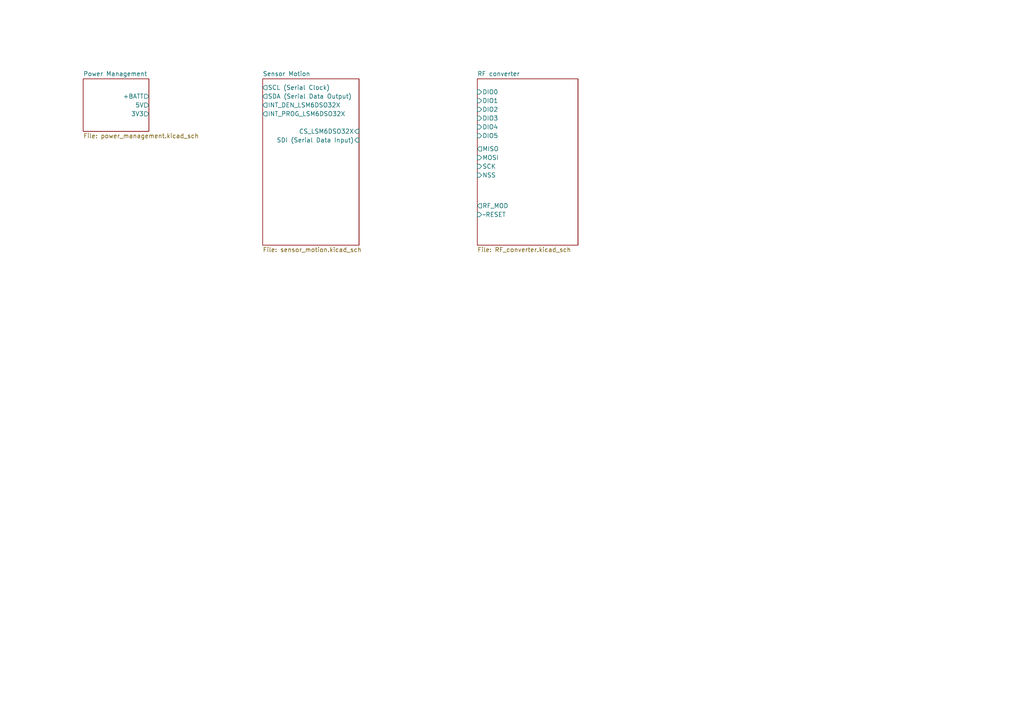
<source format=kicad_sch>
(kicad_sch (version 20211123) (generator eeschema)
  (paper "A4")
  (title_block (title "Quadcopter") (date "2022-08-06") (rev "1") (company "Arkadiusz Krupiński"))
  (lib_symbols)
  (sheet (at 24.13 22.86) (size 19.05 15.24) (stroke (width 0.1524))
    (property "Sheet name" "Power Management" (at 24.13 22.1484 0) (effects (justify left bottom)))
    (property "Sheet file" "power_management.kicad_sch" (at 24.13 38.6846 0) (effects (justify left top)))
    (pin "5V" output (at 43.18 30.48 0))
    (pin "+BATT" output (at 43.18 27.94 0))
    (pin "3V3" output (at 43.18 33.02 0))
  )
  (sheet (at 138.43 22.86) (size 29.21 48.26) (stroke (width 0.1524))
    (property "Sheet name" "RF converter" (at 138.43 22.1484 0) (effects (justify left bottom)))
    (property "Sheet file" "RF_converter.kicad_sch" (at 138.43 71.7046 0) (effects (justify left top)))
    (pin "DIO0" input (at 138.43 26.67 180))
    (pin "DIO5" input (at 138.43 39.37 180))
    (pin "SCK" input (at 138.43 48.26 180))
    (pin "MOSI" input (at 138.43 45.72 180))
    (pin "NSS" input (at 138.43 50.8 180))
    (pin "MISO" output (at 138.43 43.18 180))
    (pin "DIO4" input (at 138.43 36.83 180))
    (pin "RF_MOD" output (at 138.43 59.69 180))
    (pin "DIO3" input (at 138.43 34.29 180))
    (pin "DIO1" input (at 138.43 29.21 180))
    (pin "DIO2" input (at 138.43 31.75 180))
    (pin "~RESET" input (at 138.43 62.23 180))
  )
  (sheet (at 76.2 22.86) (size 27.94 48.26) (stroke (width 0.1524))
    (property "Sheet name" "Sensor Motion" (at 76.2 22.1484 0) (effects (justify left bottom)))
    (property "Sheet file" "sensor_motion.kicad_sch" (at 76.2 71.7046 0) (effects (justify left top)))
    (pin "SCL (Serial Clock)" output (at 76.2 25.4 180))
    (pin "SDA (Serial Data Output)" output (at 76.2 27.94 180))
    (pin "INT_DEN_LSM6DSO32X" output (at 76.2 30.48 180))
    (pin "INT_PROG_LSM6DSO32X" output (at 76.2 33.02 180))
    (pin "CS_LSM6DSO32X" input (at 104.14 38.1 0))
    (pin "SDI (Serial Data Input)" input (at 104.14 40.64 0))
  )
)
</source>
